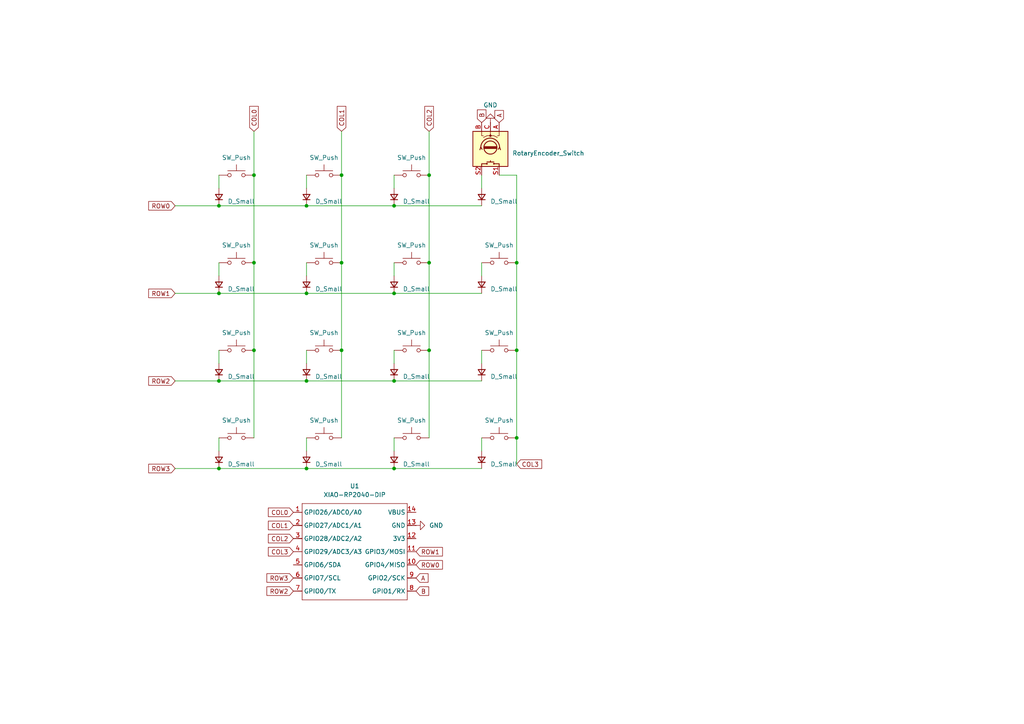
<source format=kicad_sch>
(kicad_sch (version 20231120) (generator "eeschema") (generator_version "8.0")
  (paper "A4")
  (lib_symbols
    (symbol "Device:D_Small" (pin_numbers hide) (pin_names (offset 0.254) hide)
      (property "Reference" "D" (at -1.27 2.032 0))
      (property "Value" "D_Small" (at -3.81 -2.032 0))
      (symbol "D_Small_0_1"
        (polyline (pts (xy -0.762 -1.016) (xy -0.762 1.016)) (stroke (width 0.254)))
        (polyline (pts (xy -0.762 0) (xy 0.762 0)))
        (polyline (pts (xy 0.762 -1.016) (xy -0.762 0) (xy 0.762 1.016) (xy 0.762 -1.016)) (stroke (width 0.254)))
      )
      (symbol "D_Small_1_1"
        (pin passive line (at -2.54 0 0) (length 1.778) (name "K") (number "1"))
        (pin passive line (at 2.54 0 180) (length 1.778) (name "A") (number "2"))
      )
    )
    (symbol "Device:RotaryEncoder_Switch" (pin_names (offset 0.254) hide)
      (property "Reference" "SW" (at 0 6.604 0))
      (property "Value" "RotaryEncoder_Switch" (at 0 -6.604 0))
      (symbol "RotaryEncoder_Switch_0_1"
        (rectangle (start -5.08 5.08) (end 5.08 -5.08) (stroke (width 0.254)) (fill (type background)))
        (circle (center -3.81 0) (radius 0.254) (fill (type outline)))
        (circle (center -0.381 0) (radius 1.905) (stroke (width 0.254)))
        (arc (start -0.381 2.667) (mid -3.0988 -0.0635) (end -0.381 -2.794) (stroke (width 0.254)))
        (polyline (pts (xy -0.635 -1.778) (xy -0.635 1.778)) (stroke (width 0.254)))
        (polyline (pts (xy -0.381 -1.778) (xy -0.381 1.778)) (stroke (width 0.254)))
        (polyline (pts (xy -0.127 1.778) (xy -0.127 -1.778)) (stroke (width 0.254)))
        (polyline (pts (xy 3.81 0) (xy 3.429 0)) (stroke (width 0.254)))
        (polyline (pts (xy 3.81 1.016) (xy 3.81 -1.016)) (stroke (width 0.254)))
        (polyline (pts (xy -5.08 -2.54) (xy -3.81 -2.54) (xy -3.81 -2.032)))
        (polyline (pts (xy -5.08 2.54) (xy -3.81 2.54) (xy -3.81 2.032)))
        (polyline (pts (xy 0.254 -3.048) (xy -0.508 -2.794) (xy 0.127 -2.413)) (stroke (width 0.254)))
        (polyline (pts (xy 0.254 2.921) (xy -0.508 2.667) (xy 0.127 2.286)) (stroke (width 0.254)))
        (polyline (pts (xy 5.08 -2.54) (xy 4.318 -2.54) (xy 4.318 -1.016)) (stroke (width 0.254)))
        (polyline (pts (xy 5.08 2.54) (xy 4.318 2.54) (xy 4.318 1.016)) (stroke (width 0.254)))
        (polyline (pts (xy -5.08 0) (xy -3.81 0) (xy -3.81 -1.016) (xy -3.302 -2.032)))
        (polyline (pts (xy -4.318 0) (xy -3.81 0) (xy -3.81 1.016) (xy -3.302 2.032)))
        (circle (center 4.318 -1.016) (radius 0.127) (stroke (width 0.254)))
        (circle (center 4.318 1.016) (radius 0.127) (stroke (width 0.254)))
      )
      (symbol "RotaryEncoder_Switch_1_1"
        (pin passive line (at -7.62 2.54 0) (length 2.54) (name "A") (number "A"))
        (pin passive line (at -7.62 -2.54 0) (length 2.54) (name "B") (number "B"))
        (pin passive line (at -7.62 0 0) (length 2.54) (name "C") (number "C"))
        (pin passive line (at 7.62 2.54 180) (length 2.54) (name "S1") (number "S1"))
        (pin passive line (at 7.62 -2.54 180) (length 2.54) (name "S2") (number "S2"))
      )
    )
    (symbol "Seeed_Studio_XIAO_Series:XIAO-RP2040-DIP"
      (property "Reference" "U" (at 0 0 0))
      (property "Value" "XIAO-RP2040-DIP" (at 5.334 -1.778 0))
      (symbol "XIAO-RP2040-DIP_1_0"
        (polyline (pts (xy -1.27 -30.48) (xy -1.27 -16.51)) (stroke (width 0.1524)))
        (polyline (pts (xy -1.27 -27.94) (xy -2.54 -27.94)) (stroke (width 0.1524)))
        (polyline (pts (xy -1.27 -24.13) (xy -2.54 -24.13)) (stroke (width 0.1524)))
        (polyline (pts (xy -1.27 -20.32) (xy -2.54 -20.32)) (stroke (width 0.1524)))
        (polyline (pts (xy -1.27 -16.51) (xy -2.54 -16.51)) (stroke (width 0.1524)))
        (polyline (pts (xy -1.27 -16.51) (xy -1.27 -12.7)) (stroke (width 0.1524)))
        (polyline (pts (xy -1.27 -12.7) (xy -2.54 -12.7)) (stroke (width 0.1524)))
        (polyline (pts (xy -1.27 -12.7) (xy -1.27 -8.89)) (stroke (width 0.1524)))
        (polyline (pts (xy -1.27 -8.89) (xy -2.54 -8.89)) (stroke (width 0.1524)))
        (polyline (pts (xy -1.27 -8.89) (xy -1.27 -5.08)) (stroke (width 0.1524)))
        (polyline (pts (xy -1.27 -5.08) (xy -2.54 -5.08)) (stroke (width 0.1524)))
        (polyline (pts (xy -1.27 -5.08) (xy -1.27 -2.54)) (stroke (width 0.1524)))
        (polyline (pts (xy -1.27 -2.54) (xy 29.21 -2.54)) (stroke (width 0.1524)))
        (polyline (pts (xy 29.21 -30.48) (xy -1.27 -30.48)) (stroke (width 0.1524)))
        (polyline (pts (xy 29.21 -12.7) (xy 29.21 -30.48)) (stroke (width 0.1524)))
        (polyline (pts (xy 29.21 -8.89) (xy 29.21 -12.7)) (stroke (width 0.1524)))
        (polyline (pts (xy 29.21 -5.08) (xy 29.21 -8.89)) (stroke (width 0.1524)))
        (polyline (pts (xy 29.21 -2.54) (xy 29.21 -5.08)) (stroke (width 0.1524)))
        (polyline (pts (xy 30.48 -27.94) (xy 29.21 -27.94)) (stroke (width 0.1524)))
        (polyline (pts (xy 30.48 -24.13) (xy 29.21 -24.13)) (stroke (width 0.1524)))
        (polyline (pts (xy 30.48 -20.32) (xy 29.21 -20.32)) (stroke (width 0.1524)))
        (polyline (pts (xy 30.48 -16.51) (xy 29.21 -16.51)) (stroke (width 0.1524)))
        (polyline (pts (xy 30.48 -12.7) (xy 29.21 -12.7)) (stroke (width 0.1524)))
        (polyline (pts (xy 30.48 -8.89) (xy 29.21 -8.89)) (stroke (width 0.1524)))
        (polyline (pts (xy 30.48 -5.08) (xy 29.21 -5.08)) (stroke (width 0.1524)))
        (pin passive line (at -3.81 -5.08 0) (length 2.54) (name "GPIO26/ADC0/A0") (number "1"))
        (pin passive line (at 31.75 -20.32 180) (length 2.54) (name "GPIO4/MISO") (number "10"))
        (pin passive line (at 31.75 -16.51 180) (length 2.54) (name "GPIO3/MOSI") (number "11"))
        (pin passive line (at 31.75 -12.7 180) (length 2.54) (name "3V3") (number "12"))
        (pin passive line (at 31.75 -8.89 180) (length 2.54) (name "GND") (number "13"))
        (pin passive line (at 31.75 -5.08 180) (length 2.54) (name "VBUS") (number "14"))
        (pin passive line (at -3.81 -8.89 0) (length 2.54) (name "GPIO27/ADC1/A1") (number "2"))
        (pin passive line (at -3.81 -12.7 0) (length 2.54) (name "GPIO28/ADC2/A2") (number "3"))
        (pin passive line (at -3.81 -16.51 0) (length 2.54) (name "GPIO29/ADC3/A3") (number "4"))
        (pin passive line (at -3.81 -20.32 0) (length 2.54) (name "GPIO6/SDA") (number "5"))
        (pin passive line (at -3.81 -24.13 0) (length 2.54) (name "GPIO7/SCL") (number "6"))
        (pin passive line (at -3.81 -27.94 0) (length 2.54) (name "GPIO0/TX") (number "7"))
        (pin passive line (at 31.75 -27.94 180) (length 2.54) (name "GPIO1/RX") (number "8"))
        (pin passive line (at 31.75 -24.13 180) (length 2.54) (name "GPIO2/SCK") (number "9"))
      )
    )
    (symbol "Switch:SW_Push" (pin_numbers hide) (pin_names (offset 1.016) hide)
      (property "Reference" "SW" (at 1.27 2.54 0))
      (property "Value" "SW_Push" (at 0 -1.524 0))
      (symbol "SW_Push_0_1"
        (circle (center -2.032 0) (radius 0.508))
        (polyline (pts (xy 0 1.27) (xy 0 3.048)))
        (polyline (pts (xy 2.54 1.27) (xy -2.54 1.27)))
        (circle (center 2.032 0) (radius 0.508))
        (pin passive line (at -5.08 0 0) (length 2.54) (name "1") (number "1"))
        (pin passive line (at 5.08 0 180) (length 2.54) (name "2") (number "2"))
      )
    )
    (symbol "power:GND" (power) (pin_numbers hide) (pin_names (offset 0) hide)
      (property "Value" "GND" (at 0 -3.81 0))
      (symbol "GND_0_1"
        (polyline (pts (xy 0 0) (xy 0 -1.27) (xy 1.27 -1.27) (xy 0 -2.54) (xy -1.27 -1.27) (xy 0 -1.27)))
      )
      (symbol "GND_1_1"
        (pin power_in line (at 0 0 270) (length 0) (name "~") (number "1"))
      )
    )
  )
  (junction (at 88.9 135.89))
  (junction (at 149.86 76.2))
  (junction (at 88.9 85.09))
  (junction (at 99.06 76.2))
  (junction (at 73.66 50.8))
  (junction (at 88.9 110.49))
  (junction (at 63.5 59.69))
  (junction (at 114.3 110.49))
  (junction (at 63.5 110.49))
  (junction (at 63.5 85.09))
  (junction (at 149.86 127))
  (junction (at 114.3 85.09))
  (junction (at 73.66 76.2))
  (junction (at 99.06 50.8))
  (junction (at 88.9 59.69))
  (junction (at 149.86 101.6))
  (junction (at 124.46 101.6))
  (junction (at 124.46 50.8))
  (junction (at 114.3 59.69))
  (junction (at 114.3 135.89))
  (junction (at 99.06 101.6))
  (junction (at 124.46 76.2))
  (junction (at 63.5 135.89))
  (junction (at 73.66 101.6))
  (wire (pts (xy 63.5 59.69) (xy 88.9 59.69)))
  (wire (pts (xy 88.9 50.8) (xy 88.9 54.61)))
  (wire (pts (xy 50.8 85.09) (xy 63.5 85.09)))
  (wire (pts (xy 63.5 50.8) (xy 63.5 54.61)))
  (wire (pts (xy 63.5 85.09) (xy 88.9 85.09)))
  (wire (pts (xy 114.3 101.6) (xy 114.3 105.41)))
  (wire (pts (xy 88.9 76.2) (xy 88.9 80.01)))
  (wire (pts (xy 99.06 101.6) (xy 99.06 127)))
  (wire (pts (xy 149.86 127) (xy 149.86 134.62)))
  (wire (pts (xy 124.46 101.6) (xy 124.46 127)))
  (wire (pts (xy 139.7 101.6) (xy 139.7 105.41)))
  (wire (pts (xy 88.9 101.6) (xy 88.9 105.41)))
  (wire (pts (xy 114.3 76.2) (xy 114.3 80.01)))
  (wire (pts (xy 63.5 135.89) (xy 88.9 135.89)))
  (wire (pts (xy 99.06 50.8) (xy 99.06 76.2)))
  (wire (pts (xy 114.3 135.89) (xy 139.7 135.89)))
  (wire (pts (xy 50.8 110.49) (xy 63.5 110.49)))
  (wire (pts (xy 114.3 85.09) (xy 139.7 85.09)))
  (wire (pts (xy 50.8 135.89) (xy 63.5 135.89)))
  (wire (pts (xy 139.7 127) (xy 139.7 130.81)))
  (wire (pts (xy 124.46 38.1) (xy 124.46 50.8)))
  (wire (pts (xy 88.9 127) (xy 88.9 130.81)))
  (wire (pts (xy 88.9 135.89) (xy 114.3 135.89)))
  (wire (pts (xy 73.66 101.6) (xy 73.66 127)))
  (wire (pts (xy 73.66 50.8) (xy 73.66 76.2)))
  (wire (pts (xy 73.66 38.1) (xy 73.66 50.8)))
  (wire (pts (xy 63.5 101.6) (xy 63.5 105.41)))
  (wire (pts (xy 139.7 76.2) (xy 139.7 80.01)))
  (wire (pts (xy 63.5 76.2) (xy 63.5 80.01)))
  (wire (pts (xy 139.7 50.8) (xy 139.7 54.61)))
  (wire (pts (xy 149.86 50.8) (xy 144.78 50.8)))
  (wire (pts (xy 149.86 76.2) (xy 149.86 50.8)))
  (wire (pts (xy 114.3 59.69) (xy 139.7 59.69)))
  (wire (pts (xy 114.3 110.49) (xy 139.7 110.49)))
  (wire (pts (xy 63.5 110.49) (xy 88.9 110.49)))
  (wire (pts (xy 88.9 110.49) (xy 114.3 110.49)))
  (wire (pts (xy 149.86 76.2) (xy 149.86 101.6)))
  (wire (pts (xy 99.06 76.2) (xy 99.06 101.6)))
  (wire (pts (xy 114.3 127) (xy 114.3 130.81)))
  (wire (pts (xy 149.86 101.6) (xy 149.86 127)))
  (wire (pts (xy 73.66 76.2) (xy 73.66 101.6)))
  (wire (pts (xy 88.9 59.69) (xy 114.3 59.69)))
  (wire (pts (xy 63.5 127) (xy 63.5 130.81)))
  (wire (pts (xy 114.3 50.8) (xy 114.3 54.61)))
  (wire (pts (xy 124.46 76.2) (xy 124.46 101.6)))
  (wire (pts (xy 124.46 50.8) (xy 124.46 76.2)))
  (wire (pts (xy 88.9 85.09) (xy 114.3 85.09)))
  (wire (pts (xy 99.06 38.1) (xy 99.06 50.8)))
  (wire (pts (xy 50.8 59.69) (xy 63.5 59.69)))
  (global_label "COL1" (shape input) (at 85.09 152.4 180) (property "Intersheetrefs" "${INTERSHEET_REFS}" (effects (hide yes))))
  (global_label "ROW0" (shape input) (at 50.8 59.69 180) (property "Intersheetrefs" "${INTERSHEET_REFS}" (effects (hide yes))))
  (global_label "ROW1" (shape input) (at 50.8 85.09 180) (property "Intersheetrefs" "${INTERSHEET_REFS}" (effects (hide yes))))
  (global_label "COL3" (shape input) (at 149.86 134.62 0) (property "Intersheetrefs" "${INTERSHEET_REFS}" (effects (hide yes))))
  (global_label "COL2" (shape input) (at 85.09 156.21 180) (property "Intersheetrefs" "${INTERSHEET_REFS}" (effects (hide yes))))
  (global_label "ROW0" (shape input) (at 120.65 163.83 0) (property "Intersheetrefs" "${INTERSHEET_REFS}" (effects (hide yes))))
  (global_label "B" (shape input) (at 120.65 171.45 0) (property "Intersheetrefs" "${INTERSHEET_REFS}" (effects (hide yes))))
  (global_label "COL0" (shape input) (at 73.66 38.1 90) (property "Intersheetrefs" "${INTERSHEET_REFS}" (effects (hide yes))))
  (global_label "ROW1" (shape input) (at 120.65 160.02 0) (property "Intersheetrefs" "${INTERSHEET_REFS}" (effects (hide yes))))
  (global_label "COL3" (shape input) (at 85.09 160.02 180) (property "Intersheetrefs" "${INTERSHEET_REFS}" (effects (hide yes))))
  (global_label "A" (shape input) (at 144.78 35.56 90) (property "Intersheetrefs" "${INTERSHEET_REFS}" (effects (hide yes))))
  (global_label "A" (shape input) (at 120.65 167.64 0) (property "Intersheetrefs" "${INTERSHEET_REFS}" (effects (hide yes))))
  (global_label "COL0" (shape input) (at 85.09 148.59 180) (property "Intersheetrefs" "${INTERSHEET_REFS}" (effects (hide yes))))
  (global_label "ROW2" (shape input) (at 85.09 171.45 180) (property "Intersheetrefs" "${INTERSHEET_REFS}" (effects (hide yes))))
  (global_label "COL1" (shape input) (at 99.06 38.1 90) (property "Intersheetrefs" "${INTERSHEET_REFS}" (effects (hide yes))))
  (global_label "B" (shape input) (at 139.7 35.56 90) (property "Intersheetrefs" "${INTERSHEET_REFS}" (effects (hide yes))))
  (global_label "ROW3" (shape input) (at 50.8 135.89 180) (property "Intersheetrefs" "${INTERSHEET_REFS}" (effects (hide yes))))
  (global_label "ROW3" (shape input) (at 85.09 167.64 180) (property "Intersheetrefs" "${INTERSHEET_REFS}" (effects (hide yes))))
  (global_label "COL2" (shape input) (at 124.46 38.1 90) (property "Intersheetrefs" "${INTERSHEET_REFS}" (effects (hide yes))))
  (global_label "ROW2" (shape input) (at 50.8 110.49 180) (property "Intersheetrefs" "${INTERSHEET_REFS}" (effects (hide yes))))
  (symbol (lib_id "Seeed_Studio_XIAO_Series:XIAO-RP2040-DIP") (at 88.9 143.51 0) (unit 1)
    (property "Reference" "U1" (at 102.87 140.97 0))
    (property "Value" "XIAO-RP2040-DIP" (at 102.87 143.51 0))
    (property "Footprint" "library:XIAO-RP2040-DIP" (effects (hide yes)))
  )
  (symbol (lib_id "Switch:SW_Push") (at 144.78 127 0) (unit 1)
    (property "Reference" "SW16" (effects (hide yes)))
    (property "Value" "SW_Push" (at 144.78 121.92 0))
    (property "Footprint" "library:SW_Cherry_MX_1.00u_PCB" (effects (hide yes)))
    (property "Description" "Push button switch, generic, two pins" (effects (hide yes)))
  )
  (symbol (lib_id "Switch:SW_Push") (at 144.78 76.2 0) (unit 1)
    (property "Reference" "SW6" (effects (hide yes)))
    (property "Value" "SW_Push" (at 144.78 71.12 0))
    (property "Footprint" "library:SW_Cherry_MX_1.00u_PCB" (effects (hide yes)))
    (property "Description" "Push button switch, generic, two pins" (effects (hide yes)))
  )
  (symbol (lib_id "Switch:SW_Push") (at 68.58 101.6 0) (unit 1)
    (property "Reference" "SW8" (effects (hide yes)))
    (property "Value" "SW_Push" (at 68.58 96.52 0))
    (property "Footprint" "library:SW_Cherry_MX_1.00u_PCB" (effects (hide yes)))
    (property "Description" "Push button switch, generic, two pins" (effects (hide yes)))
  )
  (symbol (lib_id "Switch:SW_Push") (at 119.38 50.8 0) (unit 1)
    (property "Reference" "SW7" (effects (hide yes)))
    (property "Value" "SW_Push" (at 119.38 45.72 0))
    (property "Footprint" "library:SW_Cherry_MX_1.00u_PCB" (effects (hide yes)))
    (property "Description" "Push button switch, generic, two pins" (effects (hide yes)))
  )
  (symbol (lib_id "Switch:SW_Push") (at 93.98 127 0) (unit 1)
    (property "Reference" "SW14" (effects (hide yes)))
    (property "Value" "SW_Push" (at 93.98 121.92 0))
    (property "Footprint" "library:SW_Cherry_MX_1.00u_PCB" (effects (hide yes)))
    (property "Description" "Push button switch, generic, two pins" (effects (hide yes)))
  )
  (symbol (lib_id "Device:D_Small") (at 63.5 107.95 90) (unit 1)
    (property "Reference" "D9" (effects (hide yes)))
    (property "Value" "D_Small" (at 66.04 109.2199 90) (effects (justify right)))
    (property "Footprint" "Diode_THT:D_DO-35_SOD27_P7.62mm_Horizontal" (effects (hide yes)))
    (property "Description" "Diode, small symbol" (effects (hide yes)))
    (property "Sim.Device" "D" (effects (hide yes)))
    (property "Sim.Pins" "1=K 2=A" (effects (hide yes)))
  )
  (symbol (lib_id "Device:D_Small") (at 114.3 82.55 90) (unit 1)
    (property "Reference" "D7" (effects (hide yes)))
    (property "Value" "D_Small" (at 116.84 83.8199 90) (effects (justify right)))
    (property "Footprint" "Diode_THT:D_DO-35_SOD27_P7.62mm_Horizontal" (effects (hide yes)))
    (property "Description" "Diode, small symbol" (effects (hide yes)))
    (property "Sim.Device" "D" (effects (hide yes)))
    (property "Sim.Pins" "1=K 2=A" (effects (hide yes)))
  )
  (symbol (lib_id "Device:D_Small") (at 114.3 57.15 90) (unit 1)
    (property "Reference" "D3" (effects (hide yes)))
    (property "Value" "D_Small" (at 116.84 58.4199 90) (effects (justify right)))
    (property "Footprint" "Diode_THT:D_DO-35_SOD27_P7.62mm_Horizontal" (effects (hide yes)))
    (property "Description" "Diode, small symbol" (effects (hide yes)))
    (property "Sim.Device" "D" (effects (hide yes)))
    (property "Sim.Pins" "1=K 2=A" (effects (hide yes)))
  )
  (symbol (lib_id "Device:D_Small") (at 88.9 82.55 90) (unit 1)
    (property "Reference" "D6" (effects (hide yes)))
    (property "Value" "D_Small" (at 91.44 83.8199 90) (effects (justify right)))
    (property "Footprint" "Diode_THT:D_DO-35_SOD27_P7.62mm_Horizontal" (effects (hide yes)))
    (property "Description" "Diode, small symbol" (effects (hide yes)))
    (property "Sim.Device" "D" (effects (hide yes)))
    (property "Sim.Pins" "1=K 2=A" (effects (hide yes)))
  )
  (symbol (lib_id "Switch:SW_Push") (at 93.98 50.8 0) (unit 1)
    (property "Reference" "SW4" (effects (hide yes)))
    (property "Value" "SW_Push" (at 93.98 45.72 0))
    (property "Footprint" "library:SW_Cherry_MX_1.00u_PCB" (effects (hide yes)))
    (property "Description" "Push button switch, generic, two pins" (effects (hide yes)))
  )
  (symbol (lib_id "Switch:SW_Push") (at 68.58 50.8 0) (unit 1)
    (property "Reference" "SW1" (effects (hide yes)))
    (property "Value" "SW_Push" (at 68.58 45.72 0))
    (property "Footprint" "library:SW_Cherry_MX_1.00u_PCB" (effects (hide yes)))
    (property "Description" "Push button switch, generic, two pins" (effects (hide yes)))
  )
  (symbol (lib_id "Switch:SW_Push") (at 68.58 76.2 0) (unit 1)
    (property "Reference" "SW2" (effects (hide yes)))
    (property "Value" "SW_Push" (at 68.58 71.12 0))
    (property "Footprint" "library:SW_Cherry_MX_1.00u_PCB" (effects (hide yes)))
    (property "Description" "Push button switch, generic, two pins" (effects (hide yes)))
  )
  (symbol (lib_id "Device:D_Small") (at 88.9 57.15 90) (unit 1)
    (property "Reference" "D2" (effects (hide yes)))
    (property "Value" "D_Small" (at 91.44 58.4199 90) (effects (justify right)))
    (property "Footprint" "Diode_THT:D_DO-35_SOD27_P7.62mm_Horizontal" (effects (hide yes)))
    (property "Description" "Diode, small symbol" (effects (hide yes)))
    (property "Sim.Device" "D" (effects (hide yes)))
    (property "Sim.Pins" "1=K 2=A" (effects (hide yes)))
  )
  (symbol (lib_id "power:GND") (at 120.65 152.4 90) (unit 1)
    (property "Reference" "#PWR02" (effects (hide yes)))
    (property "Value" "GND" (at 124.46 152.3999 90) (effects (justify right)))
    (property "Description" "Power symbol creates a global label with name \"GND\" , ground" (effects (hide yes)))
  )
  (symbol (lib_id "power:GND") (at 142.24 35.56 180) (unit 1)
    (property "Reference" "#PWR04" (effects (hide yes)))
    (property "Value" "GND" (at 142.24 30.48 0))
    (property "Description" "Power symbol creates a global label with name \"GND\" , ground" (effects (hide yes)))
  )
  (symbol (lib_id "Switch:SW_Push") (at 144.78 101.6 0) (unit 1)
    (property "Reference" "SW12" (effects (hide yes)))
    (property "Value" "SW_Push" (at 144.78 96.52 0))
    (property "Footprint" "library:SW_Cherry_MX_1.00u_PCB" (effects (hide yes)))
    (property "Description" "Push button switch, generic, two pins" (effects (hide yes)))
  )
  (symbol (lib_id "Device:D_Small") (at 63.5 133.35 90) (unit 1)
    (property "Reference" "D13" (effects (hide yes)))
    (property "Value" "D_Small" (at 66.04 134.6199 90) (effects (justify right)))
    (property "Footprint" "Diode_THT:D_DO-35_SOD27_P7.62mm_Horizontal" (effects (hide yes)))
    (property "Description" "Diode, small symbol" (effects (hide yes)))
    (property "Sim.Device" "D" (effects (hide yes)))
    (property "Sim.Pins" "1=K 2=A" (effects (hide yes)))
  )
  (symbol (lib_id "Device:RotaryEncoder_Switch") (at 142.24 43.18 270) (unit 1)
    (property "Reference" "SW10" (effects (hide yes)))
    (property "Value" "RotaryEncoder_Switch" (at 148.59 44.4499 90) (effects (justify left)))
    (property "Footprint" "library:RotaryEncoder_Alps_EC11E-Switch_Vertical_H20mm" (effects (hide yes)))
    (property "Description" "Rotary encoder, dual channel, incremental quadrate outputs, with switch" (effects (hide yes)))
  )
  (symbol (lib_id "Switch:SW_Push") (at 119.38 101.6 0) (unit 1)
    (property "Reference" "SW11" (effects (hide yes)))
    (property "Value" "SW_Push" (at 119.38 96.52 0))
    (property "Footprint" "library:SW_Cherry_MX_1.00u_PCB" (effects (hide yes)))
    (property "Description" "Push button switch, generic, two pins" (effects (hide yes)))
  )
  (symbol (lib_id "Device:D_Small") (at 139.7 82.55 90) (unit 1)
    (property "Reference" "D8" (effects (hide yes)))
    (property "Value" "D_Small" (at 142.24 83.8199 90) (effects (justify right)))
    (property "Footprint" "Diode_THT:D_DO-35_SOD27_P7.62mm_Horizontal" (effects (hide yes)))
    (property "Description" "Diode, small symbol" (effects (hide yes)))
    (property "Sim.Device" "D" (effects (hide yes)))
    (property "Sim.Pins" "1=K 2=A" (effects (hide yes)))
  )
  (symbol (lib_id "Device:D_Small") (at 114.3 133.35 90) (unit 1)
    (property "Reference" "D15" (effects (hide yes)))
    (property "Value" "D_Small" (at 116.84 134.6199 90) (effects (justify right)))
    (property "Footprint" "Diode_THT:D_DO-35_SOD27_P7.62mm_Horizontal" (effects (hide yes)))
    (property "Description" "Diode, small symbol" (effects (hide yes)))
    (property "Sim.Device" "D" (effects (hide yes)))
    (property "Sim.Pins" "1=K 2=A" (effects (hide yes)))
  )
  (symbol (lib_id "Switch:SW_Push") (at 93.98 101.6 0) (unit 1)
    (property "Reference" "SW9" (effects (hide yes)))
    (property "Value" "SW_Push" (at 93.98 96.52 0))
    (property "Footprint" "library:SW_Cherry_MX_1.00u_PCB" (effects (hide yes)))
    (property "Description" "Push button switch, generic, two pins" (effects (hide yes)))
  )
  (symbol (lib_id "Switch:SW_Push") (at 68.58 127 0) (unit 1)
    (property "Reference" "SW13" (effects (hide yes)))
    (property "Value" "SW_Push" (at 68.58 121.92 0))
    (property "Footprint" "library:SW_Cherry_MX_1.00u_PCB" (effects (hide yes)))
    (property "Description" "Push button switch, generic, two pins" (effects (hide yes)))
  )
  (symbol (lib_id "Device:D_Small") (at 88.9 133.35 90) (unit 1)
    (property "Reference" "D14" (effects (hide yes)))
    (property "Value" "D_Small" (at 91.44 134.6199 90) (effects (justify right)))
    (property "Footprint" "Diode_THT:D_DO-35_SOD27_P7.62mm_Horizontal" (effects (hide yes)))
    (property "Description" "Diode, small symbol" (effects (hide yes)))
    (property "Sim.Device" "D" (effects (hide yes)))
    (property "Sim.Pins" "1=K 2=A" (effects (hide yes)))
  )
  (symbol (lib_id "Device:D_Small") (at 114.3 107.95 90) (unit 1)
    (property "Reference" "D11" (effects (hide yes)))
    (property "Value" "D_Small" (at 116.84 109.2199 90) (effects (justify right)))
    (property "Footprint" "Diode_THT:D_DO-35_SOD27_P7.62mm_Horizontal" (effects (hide yes)))
    (property "Description" "Diode, small symbol" (effects (hide yes)))
    (property "Sim.Device" "D" (effects (hide yes)))
    (property "Sim.Pins" "1=K 2=A" (effects (hide yes)))
  )
  (symbol (lib_id "Device:D_Small") (at 88.9 107.95 90) (unit 1)
    (property "Reference" "D10" (effects (hide yes)))
    (property "Value" "D_Small" (at 91.44 109.2199 90) (effects (justify right)))
    (property "Footprint" "Diode_THT:D_DO-35_SOD27_P7.62mm_Horizontal" (effects (hide yes)))
    (property "Description" "Diode, small symbol" (effects (hide yes)))
    (property "Sim.Device" "D" (effects (hide yes)))
    (property "Sim.Pins" "1=K 2=A" (effects (hide yes)))
  )
  (symbol (lib_id "Device:D_Small") (at 139.7 133.35 90) (unit 1)
    (property "Reference" "D16" (effects (hide yes)))
    (property "Value" "D_Small" (at 142.24 134.6199 90) (effects (justify right)))
    (property "Footprint" "Diode_THT:D_DO-35_SOD27_P7.62mm_Horizontal" (effects (hide yes)))
    (property "Description" "Diode, small symbol" (effects (hide yes)))
    (property "Sim.Device" "D" (effects (hide yes)))
    (property "Sim.Pins" "1=K 2=A" (effects (hide yes)))
  )
  (symbol (lib_id "Switch:SW_Push") (at 93.98 76.2 0) (unit 1)
    (property "Reference" "SW3" (effects (hide yes)))
    (property "Value" "SW_Push" (at 93.98 71.12 0))
    (property "Footprint" "library:SW_Cherry_MX_1.00u_PCB" (effects (hide yes)))
    (property "Description" "Push button switch, generic, two pins" (effects (hide yes)))
  )
  (symbol (lib_id "Device:D_Small") (at 63.5 57.15 90) (unit 1)
    (property "Reference" "D1" (effects (hide yes)))
    (property "Value" "D_Small" (at 66.04 58.4199 90) (effects (justify right)))
    (property "Footprint" "Diode_THT:D_DO-35_SOD27_P7.62mm_Horizontal" (effects (hide yes)))
    (property "Description" "Diode, small symbol" (effects (hide yes)))
    (property "Sim.Device" "D" (effects (hide yes)))
    (property "Sim.Pins" "1=K 2=A" (effects (hide yes)))
  )
  (symbol (lib_id "Switch:SW_Push") (at 119.38 127 0) (unit 1)
    (property "Reference" "SW15" (effects (hide yes)))
    (property "Value" "SW_Push" (at 119.38 121.92 0))
    (property "Footprint" "library:SW_Cherry_MX_1.00u_PCB" (effects (hide yes)))
    (property "Description" "Push button switch, generic, two pins" (effects (hide yes)))
  )
  (symbol (lib_id "Device:D_Small") (at 139.7 57.15 90) (unit 1)
    (property "Reference" "D4" (effects (hide yes)))
    (property "Value" "D_Small" (at 142.24 58.4199 90) (effects (justify right)))
    (property "Footprint" "Diode_THT:D_DO-35_SOD27_P7.62mm_Horizontal" (effects (hide yes)))
    (property "Description" "Diode, small symbol" (effects (hide yes)))
    (property "Sim.Device" "D" (effects (hide yes)))
    (property "Sim.Pins" "1=K 2=A" (effects (hide yes)))
  )
  (symbol (lib_id "Switch:SW_Push") (at 119.38 76.2 0) (unit 1)
    (property "Reference" "SW5" (effects (hide yes)))
    (property "Value" "SW_Push" (at 119.38 71.12 0))
    (property "Footprint" "library:SW_Cherry_MX_1.00u_PCB" (effects (hide yes)))
    (property "Description" "Push button switch, generic, two pins" (effects (hide yes)))
  )
  (symbol (lib_id "Device:D_Small") (at 139.7 107.95 90) (unit 1)
    (property "Reference" "D12" (effects (hide yes)))
    (property "Value" "D_Small" (at 142.24 109.2199 90) (effects (justify right)))
    (property "Footprint" "Diode_THT:D_DO-35_SOD27_P7.62mm_Horizontal" (effects (hide yes)))
    (property "Description" "Diode, small symbol" (effects (hide yes)))
    (property "Sim.Device" "D" (effects (hide yes)))
    (property "Sim.Pins" "1=K 2=A" (effects (hide yes)))
  )
  (symbol (lib_id "Device:D_Small") (at 63.5 82.55 90) (unit 1)
    (property "Reference" "D5" (effects (hide yes)))
    (property "Value" "D_Small" (at 66.04 83.8199 90) (effects (justify right)))
    (property "Footprint" "Diode_THT:D_DO-35_SOD27_P7.62mm_Horizontal" (effects (hide yes)))
    (property "Description" "Diode, small symbol" (effects (hide yes)))
    (property "Sim.Device" "D" (effects (hide yes)))
    (property "Sim.Pins" "1=K 2=A" (effects (hide yes)))
  )
)
</source>
